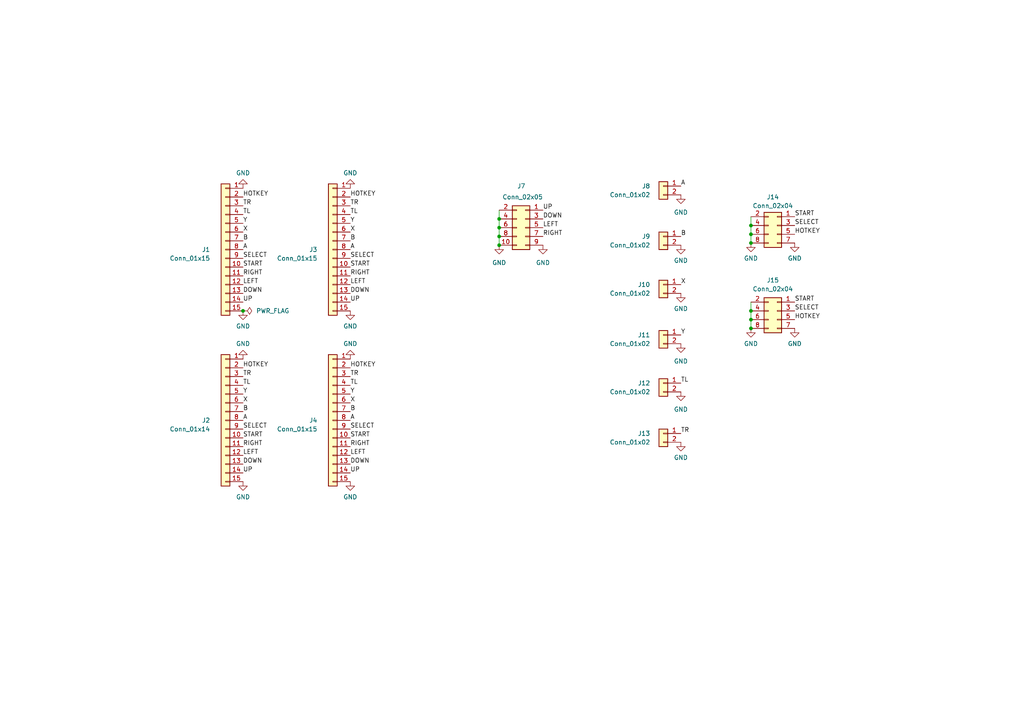
<source format=kicad_sch>
(kicad_sch (version 20230121) (generator eeschema)

  (uuid e63e39d7-6ac0-4ffd-8aa3-1841a4541b55)

  (paper "A4")

  (title_block
    (title "Input Panel Support")
    (date "2023-12-08")
    (rev "2")
    (company "Amos Home")
  )

  (lib_symbols
    (symbol "Connector_Generic:Conn_01x02" (pin_names (offset 1.016) hide) (in_bom yes) (on_board yes)
      (property "Reference" "J" (at 0 2.54 0)
        (effects (font (size 1.27 1.27)))
      )
      (property "Value" "Conn_01x02" (at 0 -5.08 0)
        (effects (font (size 1.27 1.27)))
      )
      (property "Footprint" "" (at 0 0 0)
        (effects (font (size 1.27 1.27)) hide)
      )
      (property "Datasheet" "~" (at 0 0 0)
        (effects (font (size 1.27 1.27)) hide)
      )
      (property "ki_keywords" "connector" (at 0 0 0)
        (effects (font (size 1.27 1.27)) hide)
      )
      (property "ki_description" "Generic connector, single row, 01x02, script generated (kicad-library-utils/schlib/autogen/connector/)" (at 0 0 0)
        (effects (font (size 1.27 1.27)) hide)
      )
      (property "ki_fp_filters" "Connector*:*_1x??_*" (at 0 0 0)
        (effects (font (size 1.27 1.27)) hide)
      )
      (symbol "Conn_01x02_1_1"
        (rectangle (start -1.27 -2.413) (end 0 -2.667)
          (stroke (width 0.1524) (type default))
          (fill (type none))
        )
        (rectangle (start -1.27 0.127) (end 0 -0.127)
          (stroke (width 0.1524) (type default))
          (fill (type none))
        )
        (rectangle (start -1.27 1.27) (end 1.27 -3.81)
          (stroke (width 0.254) (type default))
          (fill (type background))
        )
        (pin passive line (at -5.08 0 0) (length 3.81)
          (name "Pin_1" (effects (font (size 1.27 1.27))))
          (number "1" (effects (font (size 1.27 1.27))))
        )
        (pin passive line (at -5.08 -2.54 0) (length 3.81)
          (name "Pin_2" (effects (font (size 1.27 1.27))))
          (number "2" (effects (font (size 1.27 1.27))))
        )
      )
    )
    (symbol "Connector_Generic:Conn_01x15" (pin_names (offset 1.016) hide) (in_bom yes) (on_board yes)
      (property "Reference" "J" (at 0 20.32 0)
        (effects (font (size 1.27 1.27)))
      )
      (property "Value" "Conn_01x15" (at 0 -20.32 0)
        (effects (font (size 1.27 1.27)))
      )
      (property "Footprint" "" (at 0 0 0)
        (effects (font (size 1.27 1.27)) hide)
      )
      (property "Datasheet" "~" (at 0 0 0)
        (effects (font (size 1.27 1.27)) hide)
      )
      (property "ki_keywords" "connector" (at 0 0 0)
        (effects (font (size 1.27 1.27)) hide)
      )
      (property "ki_description" "Generic connector, single row, 01x15, script generated (kicad-library-utils/schlib/autogen/connector/)" (at 0 0 0)
        (effects (font (size 1.27 1.27)) hide)
      )
      (property "ki_fp_filters" "Connector*:*_1x??_*" (at 0 0 0)
        (effects (font (size 1.27 1.27)) hide)
      )
      (symbol "Conn_01x15_1_1"
        (rectangle (start -1.27 -17.653) (end 0 -17.907)
          (stroke (width 0.1524) (type default))
          (fill (type none))
        )
        (rectangle (start -1.27 -15.113) (end 0 -15.367)
          (stroke (width 0.1524) (type default))
          (fill (type none))
        )
        (rectangle (start -1.27 -12.573) (end 0 -12.827)
          (stroke (width 0.1524) (type default))
          (fill (type none))
        )
        (rectangle (start -1.27 -10.033) (end 0 -10.287)
          (stroke (width 0.1524) (type default))
          (fill (type none))
        )
        (rectangle (start -1.27 -7.493) (end 0 -7.747)
          (stroke (width 0.1524) (type default))
          (fill (type none))
        )
        (rectangle (start -1.27 -4.953) (end 0 -5.207)
          (stroke (width 0.1524) (type default))
          (fill (type none))
        )
        (rectangle (start -1.27 -2.413) (end 0 -2.667)
          (stroke (width 0.1524) (type default))
          (fill (type none))
        )
        (rectangle (start -1.27 0.127) (end 0 -0.127)
          (stroke (width 0.1524) (type default))
          (fill (type none))
        )
        (rectangle (start -1.27 2.667) (end 0 2.413)
          (stroke (width 0.1524) (type default))
          (fill (type none))
        )
        (rectangle (start -1.27 5.207) (end 0 4.953)
          (stroke (width 0.1524) (type default))
          (fill (type none))
        )
        (rectangle (start -1.27 7.747) (end 0 7.493)
          (stroke (width 0.1524) (type default))
          (fill (type none))
        )
        (rectangle (start -1.27 10.287) (end 0 10.033)
          (stroke (width 0.1524) (type default))
          (fill (type none))
        )
        (rectangle (start -1.27 12.827) (end 0 12.573)
          (stroke (width 0.1524) (type default))
          (fill (type none))
        )
        (rectangle (start -1.27 15.367) (end 0 15.113)
          (stroke (width 0.1524) (type default))
          (fill (type none))
        )
        (rectangle (start -1.27 17.907) (end 0 17.653)
          (stroke (width 0.1524) (type default))
          (fill (type none))
        )
        (rectangle (start -1.27 19.05) (end 1.27 -19.05)
          (stroke (width 0.254) (type default))
          (fill (type background))
        )
        (pin passive line (at -5.08 17.78 0) (length 3.81)
          (name "Pin_1" (effects (font (size 1.27 1.27))))
          (number "1" (effects (font (size 1.27 1.27))))
        )
        (pin passive line (at -5.08 -5.08 0) (length 3.81)
          (name "Pin_10" (effects (font (size 1.27 1.27))))
          (number "10" (effects (font (size 1.27 1.27))))
        )
        (pin passive line (at -5.08 -7.62 0) (length 3.81)
          (name "Pin_11" (effects (font (size 1.27 1.27))))
          (number "11" (effects (font (size 1.27 1.27))))
        )
        (pin passive line (at -5.08 -10.16 0) (length 3.81)
          (name "Pin_12" (effects (font (size 1.27 1.27))))
          (number "12" (effects (font (size 1.27 1.27))))
        )
        (pin passive line (at -5.08 -12.7 0) (length 3.81)
          (name "Pin_13" (effects (font (size 1.27 1.27))))
          (number "13" (effects (font (size 1.27 1.27))))
        )
        (pin passive line (at -5.08 -15.24 0) (length 3.81)
          (name "Pin_14" (effects (font (size 1.27 1.27))))
          (number "14" (effects (font (size 1.27 1.27))))
        )
        (pin passive line (at -5.08 -17.78 0) (length 3.81)
          (name "Pin_15" (effects (font (size 1.27 1.27))))
          (number "15" (effects (font (size 1.27 1.27))))
        )
        (pin passive line (at -5.08 15.24 0) (length 3.81)
          (name "Pin_2" (effects (font (size 1.27 1.27))))
          (number "2" (effects (font (size 1.27 1.27))))
        )
        (pin passive line (at -5.08 12.7 0) (length 3.81)
          (name "Pin_3" (effects (font (size 1.27 1.27))))
          (number "3" (effects (font (size 1.27 1.27))))
        )
        (pin passive line (at -5.08 10.16 0) (length 3.81)
          (name "Pin_4" (effects (font (size 1.27 1.27))))
          (number "4" (effects (font (size 1.27 1.27))))
        )
        (pin passive line (at -5.08 7.62 0) (length 3.81)
          (name "Pin_5" (effects (font (size 1.27 1.27))))
          (number "5" (effects (font (size 1.27 1.27))))
        )
        (pin passive line (at -5.08 5.08 0) (length 3.81)
          (name "Pin_6" (effects (font (size 1.27 1.27))))
          (number "6" (effects (font (size 1.27 1.27))))
        )
        (pin passive line (at -5.08 2.54 0) (length 3.81)
          (name "Pin_7" (effects (font (size 1.27 1.27))))
          (number "7" (effects (font (size 1.27 1.27))))
        )
        (pin passive line (at -5.08 0 0) (length 3.81)
          (name "Pin_8" (effects (font (size 1.27 1.27))))
          (number "8" (effects (font (size 1.27 1.27))))
        )
        (pin passive line (at -5.08 -2.54 0) (length 3.81)
          (name "Pin_9" (effects (font (size 1.27 1.27))))
          (number "9" (effects (font (size 1.27 1.27))))
        )
      )
    )
    (symbol "Connector_Generic:Conn_02x04_Odd_Even" (pin_names (offset 1.016) hide) (in_bom yes) (on_board yes)
      (property "Reference" "J" (at 1.27 5.08 0)
        (effects (font (size 1.27 1.27)))
      )
      (property "Value" "Conn_02x04_Odd_Even" (at 1.27 -7.62 0)
        (effects (font (size 1.27 1.27)))
      )
      (property "Footprint" "" (at 0 0 0)
        (effects (font (size 1.27 1.27)) hide)
      )
      (property "Datasheet" "~" (at 0 0 0)
        (effects (font (size 1.27 1.27)) hide)
      )
      (property "ki_keywords" "connector" (at 0 0 0)
        (effects (font (size 1.27 1.27)) hide)
      )
      (property "ki_description" "Generic connector, double row, 02x04, odd/even pin numbering scheme (row 1 odd numbers, row 2 even numbers), script generated (kicad-library-utils/schlib/autogen/connector/)" (at 0 0 0)
        (effects (font (size 1.27 1.27)) hide)
      )
      (property "ki_fp_filters" "Connector*:*_2x??_*" (at 0 0 0)
        (effects (font (size 1.27 1.27)) hide)
      )
      (symbol "Conn_02x04_Odd_Even_1_1"
        (rectangle (start -1.27 -4.953) (end 0 -5.207)
          (stroke (width 0.1524) (type default))
          (fill (type none))
        )
        (rectangle (start -1.27 -2.413) (end 0 -2.667)
          (stroke (width 0.1524) (type default))
          (fill (type none))
        )
        (rectangle (start -1.27 0.127) (end 0 -0.127)
          (stroke (width 0.1524) (type default))
          (fill (type none))
        )
        (rectangle (start -1.27 2.667) (end 0 2.413)
          (stroke (width 0.1524) (type default))
          (fill (type none))
        )
        (rectangle (start -1.27 3.81) (end 3.81 -6.35)
          (stroke (width 0.254) (type default))
          (fill (type background))
        )
        (rectangle (start 3.81 -4.953) (end 2.54 -5.207)
          (stroke (width 0.1524) (type default))
          (fill (type none))
        )
        (rectangle (start 3.81 -2.413) (end 2.54 -2.667)
          (stroke (width 0.1524) (type default))
          (fill (type none))
        )
        (rectangle (start 3.81 0.127) (end 2.54 -0.127)
          (stroke (width 0.1524) (type default))
          (fill (type none))
        )
        (rectangle (start 3.81 2.667) (end 2.54 2.413)
          (stroke (width 0.1524) (type default))
          (fill (type none))
        )
        (pin passive line (at -5.08 2.54 0) (length 3.81)
          (name "Pin_1" (effects (font (size 1.27 1.27))))
          (number "1" (effects (font (size 1.27 1.27))))
        )
        (pin passive line (at 7.62 2.54 180) (length 3.81)
          (name "Pin_2" (effects (font (size 1.27 1.27))))
          (number "2" (effects (font (size 1.27 1.27))))
        )
        (pin passive line (at -5.08 0 0) (length 3.81)
          (name "Pin_3" (effects (font (size 1.27 1.27))))
          (number "3" (effects (font (size 1.27 1.27))))
        )
        (pin passive line (at 7.62 0 180) (length 3.81)
          (name "Pin_4" (effects (font (size 1.27 1.27))))
          (number "4" (effects (font (size 1.27 1.27))))
        )
        (pin passive line (at -5.08 -2.54 0) (length 3.81)
          (name "Pin_5" (effects (font (size 1.27 1.27))))
          (number "5" (effects (font (size 1.27 1.27))))
        )
        (pin passive line (at 7.62 -2.54 180) (length 3.81)
          (name "Pin_6" (effects (font (size 1.27 1.27))))
          (number "6" (effects (font (size 1.27 1.27))))
        )
        (pin passive line (at -5.08 -5.08 0) (length 3.81)
          (name "Pin_7" (effects (font (size 1.27 1.27))))
          (number "7" (effects (font (size 1.27 1.27))))
        )
        (pin passive line (at 7.62 -5.08 180) (length 3.81)
          (name "Pin_8" (effects (font (size 1.27 1.27))))
          (number "8" (effects (font (size 1.27 1.27))))
        )
      )
    )
    (symbol "Connector_Generic:Conn_02x05_Odd_Even" (pin_names (offset 1.016) hide) (in_bom yes) (on_board yes)
      (property "Reference" "J" (at 1.27 7.62 0)
        (effects (font (size 1.27 1.27)))
      )
      (property "Value" "Conn_02x05_Odd_Even" (at 1.27 -7.62 0)
        (effects (font (size 1.27 1.27)))
      )
      (property "Footprint" "" (at 0 0 0)
        (effects (font (size 1.27 1.27)) hide)
      )
      (property "Datasheet" "~" (at 0 0 0)
        (effects (font (size 1.27 1.27)) hide)
      )
      (property "ki_keywords" "connector" (at 0 0 0)
        (effects (font (size 1.27 1.27)) hide)
      )
      (property "ki_description" "Generic connector, double row, 02x05, odd/even pin numbering scheme (row 1 odd numbers, row 2 even numbers), script generated (kicad-library-utils/schlib/autogen/connector/)" (at 0 0 0)
        (effects (font (size 1.27 1.27)) hide)
      )
      (property "ki_fp_filters" "Connector*:*_2x??_*" (at 0 0 0)
        (effects (font (size 1.27 1.27)) hide)
      )
      (symbol "Conn_02x05_Odd_Even_1_1"
        (rectangle (start -1.27 -4.953) (end 0 -5.207)
          (stroke (width 0.1524) (type default))
          (fill (type none))
        )
        (rectangle (start -1.27 -2.413) (end 0 -2.667)
          (stroke (width 0.1524) (type default))
          (fill (type none))
        )
        (rectangle (start -1.27 0.127) (end 0 -0.127)
          (stroke (width 0.1524) (type default))
          (fill (type none))
        )
        (rectangle (start -1.27 2.667) (end 0 2.413)
          (stroke (width 0.1524) (type default))
          (fill (type none))
        )
        (rectangle (start -1.27 5.207) (end 0 4.953)
          (stroke (width 0.1524) (type default))
          (fill (type none))
        )
        (rectangle (start -1.27 6.35) (end 3.81 -6.35)
          (stroke (width 0.254) (type default))
          (fill (type background))
        )
        (rectangle (start 3.81 -4.953) (end 2.54 -5.207)
          (stroke (width 0.1524) (type default))
          (fill (type none))
        )
        (rectangle (start 3.81 -2.413) (end 2.54 -2.667)
          (stroke (width 0.1524) (type default))
          (fill (type none))
        )
        (rectangle (start 3.81 0.127) (end 2.54 -0.127)
          (stroke (width 0.1524) (type default))
          (fill (type none))
        )
        (rectangle (start 3.81 2.667) (end 2.54 2.413)
          (stroke (width 0.1524) (type default))
          (fill (type none))
        )
        (rectangle (start 3.81 5.207) (end 2.54 4.953)
          (stroke (width 0.1524) (type default))
          (fill (type none))
        )
        (pin passive line (at -5.08 5.08 0) (length 3.81)
          (name "Pin_1" (effects (font (size 1.27 1.27))))
          (number "1" (effects (font (size 1.27 1.27))))
        )
        (pin passive line (at 7.62 -5.08 180) (length 3.81)
          (name "Pin_10" (effects (font (size 1.27 1.27))))
          (number "10" (effects (font (size 1.27 1.27))))
        )
        (pin passive line (at 7.62 5.08 180) (length 3.81)
          (name "Pin_2" (effects (font (size 1.27 1.27))))
          (number "2" (effects (font (size 1.27 1.27))))
        )
        (pin passive line (at -5.08 2.54 0) (length 3.81)
          (name "Pin_3" (effects (font (size 1.27 1.27))))
          (number "3" (effects (font (size 1.27 1.27))))
        )
        (pin passive line (at 7.62 2.54 180) (length 3.81)
          (name "Pin_4" (effects (font (size 1.27 1.27))))
          (number "4" (effects (font (size 1.27 1.27))))
        )
        (pin passive line (at -5.08 0 0) (length 3.81)
          (name "Pin_5" (effects (font (size 1.27 1.27))))
          (number "5" (effects (font (size 1.27 1.27))))
        )
        (pin passive line (at 7.62 0 180) (length 3.81)
          (name "Pin_6" (effects (font (size 1.27 1.27))))
          (number "6" (effects (font (size 1.27 1.27))))
        )
        (pin passive line (at -5.08 -2.54 0) (length 3.81)
          (name "Pin_7" (effects (font (size 1.27 1.27))))
          (number "7" (effects (font (size 1.27 1.27))))
        )
        (pin passive line (at 7.62 -2.54 180) (length 3.81)
          (name "Pin_8" (effects (font (size 1.27 1.27))))
          (number "8" (effects (font (size 1.27 1.27))))
        )
        (pin passive line (at -5.08 -5.08 0) (length 3.81)
          (name "Pin_9" (effects (font (size 1.27 1.27))))
          (number "9" (effects (font (size 1.27 1.27))))
        )
      )
    )
    (symbol "power:GND" (power) (pin_names (offset 0)) (in_bom yes) (on_board yes)
      (property "Reference" "#PWR" (at 0 -6.35 0)
        (effects (font (size 1.27 1.27)) hide)
      )
      (property "Value" "GND" (at 0 -3.81 0)
        (effects (font (size 1.27 1.27)))
      )
      (property "Footprint" "" (at 0 0 0)
        (effects (font (size 1.27 1.27)) hide)
      )
      (property "Datasheet" "" (at 0 0 0)
        (effects (font (size 1.27 1.27)) hide)
      )
      (property "ki_keywords" "global power" (at 0 0 0)
        (effects (font (size 1.27 1.27)) hide)
      )
      (property "ki_description" "Power symbol creates a global label with name \"GND\" , ground" (at 0 0 0)
        (effects (font (size 1.27 1.27)) hide)
      )
      (symbol "GND_0_1"
        (polyline
          (pts
            (xy 0 0)
            (xy 0 -1.27)
            (xy 1.27 -1.27)
            (xy 0 -2.54)
            (xy -1.27 -1.27)
            (xy 0 -1.27)
          )
          (stroke (width 0) (type default))
          (fill (type none))
        )
      )
      (symbol "GND_1_1"
        (pin power_in line (at 0 0 270) (length 0) hide
          (name "GND" (effects (font (size 1.27 1.27))))
          (number "1" (effects (font (size 1.27 1.27))))
        )
      )
    )
    (symbol "power:PWR_FLAG" (power) (pin_numbers hide) (pin_names (offset 0) hide) (in_bom yes) (on_board yes)
      (property "Reference" "#FLG" (at 0 1.905 0)
        (effects (font (size 1.27 1.27)) hide)
      )
      (property "Value" "PWR_FLAG" (at 0 3.81 0)
        (effects (font (size 1.27 1.27)))
      )
      (property "Footprint" "" (at 0 0 0)
        (effects (font (size 1.27 1.27)) hide)
      )
      (property "Datasheet" "~" (at 0 0 0)
        (effects (font (size 1.27 1.27)) hide)
      )
      (property "ki_keywords" "flag power" (at 0 0 0)
        (effects (font (size 1.27 1.27)) hide)
      )
      (property "ki_description" "Special symbol for telling ERC where power comes from" (at 0 0 0)
        (effects (font (size 1.27 1.27)) hide)
      )
      (symbol "PWR_FLAG_0_0"
        (pin power_out line (at 0 0 90) (length 0)
          (name "pwr" (effects (font (size 1.27 1.27))))
          (number "1" (effects (font (size 1.27 1.27))))
        )
      )
      (symbol "PWR_FLAG_0_1"
        (polyline
          (pts
            (xy 0 0)
            (xy 0 1.27)
            (xy -1.016 1.905)
            (xy 0 2.54)
            (xy 1.016 1.905)
            (xy 0 1.27)
          )
          (stroke (width 0) (type default))
          (fill (type none))
        )
      )
    )
  )

  (junction (at 217.805 65.405) (diameter 0) (color 0 0 0 0)
    (uuid 20709421-c1d8-45d3-9b9b-8ec7071459d2)
  )
  (junction (at 217.805 90.17) (diameter 0) (color 0 0 0 0)
    (uuid 2345af1d-98af-4719-a604-e29535651ba3)
  )
  (junction (at 144.78 71.12) (diameter 0) (color 0 0 0 0)
    (uuid 367a7393-1fc7-49be-87b8-839830ae1116)
  )
  (junction (at 144.78 68.58) (diameter 0) (color 0 0 0 0)
    (uuid 79ed498d-14df-4bfa-87a4-470b66170545)
  )
  (junction (at 144.78 66.04) (diameter 0) (color 0 0 0 0)
    (uuid 82d750ce-f7e9-44f8-a074-a41007658ab4)
  )
  (junction (at 217.805 95.25) (diameter 0) (color 0 0 0 0)
    (uuid 8448ec05-3340-40d6-9040-cff0c5f3c72e)
  )
  (junction (at 144.78 63.5) (diameter 0) (color 0 0 0 0)
    (uuid 8776f8d9-dd0d-4c10-be4d-33254daec693)
  )
  (junction (at 217.805 67.945) (diameter 0) (color 0 0 0 0)
    (uuid 945f8c67-9894-4b4e-836d-e400da3a5618)
  )
  (junction (at 70.485 90.17) (diameter 0) (color 0 0 0 0)
    (uuid 9e8a46d3-30cd-4f28-b789-e4a50b0a6b48)
  )
  (junction (at 217.805 92.71) (diameter 0) (color 0 0 0 0)
    (uuid a37c2636-9510-4a75-aae8-428b3b44fcff)
  )
  (junction (at 217.805 70.485) (diameter 0) (color 0 0 0 0)
    (uuid e1ca683e-33b3-47f2-8c35-df278a097b6e)
  )

  (wire (pts (xy 217.805 87.63) (xy 217.805 90.17))
    (stroke (width 0) (type default))
    (uuid 43758d55-b919-405f-b7ed-ac40011741f5)
  )
  (wire (pts (xy 144.78 66.04) (xy 144.78 68.58))
    (stroke (width 0) (type default))
    (uuid 514266e2-5064-424a-96f4-4f737b3fe1cb)
  )
  (wire (pts (xy 217.805 62.865) (xy 217.805 65.405))
    (stroke (width 0) (type default))
    (uuid 5e6444b7-0ebc-480a-97ec-542d2e374fa2)
  )
  (wire (pts (xy 144.78 68.58) (xy 144.78 71.12))
    (stroke (width 0) (type default))
    (uuid 97451de2-02e2-4443-a646-705e33be401e)
  )
  (wire (pts (xy 144.78 63.5) (xy 144.78 66.04))
    (stroke (width 0) (type default))
    (uuid 9e94efcd-a871-4bae-9c06-5651d393b933)
  )
  (wire (pts (xy 217.805 92.71) (xy 217.805 95.25))
    (stroke (width 0) (type default))
    (uuid b4ae4804-a01b-41cc-993d-20701895446e)
  )
  (wire (pts (xy 217.805 65.405) (xy 217.805 67.945))
    (stroke (width 0) (type default))
    (uuid bd8e7c67-4dec-4561-9f44-08ad0b80988b)
  )
  (wire (pts (xy 144.78 60.96) (xy 144.78 63.5))
    (stroke (width 0) (type default))
    (uuid c11d4500-f273-4c08-9c2a-e8ba83990d16)
  )
  (wire (pts (xy 217.805 90.17) (xy 217.805 92.71))
    (stroke (width 0) (type default))
    (uuid d3917748-8331-496c-872c-58df8e849766)
  )
  (wire (pts (xy 217.805 67.945) (xy 217.805 70.485))
    (stroke (width 0) (type default))
    (uuid dc6a6f10-3e9a-4a28-9438-aa01c9998898)
  )

  (label "A" (at 101.6 121.92 0) (fields_autoplaced)
    (effects (font (size 1.27 1.27)) (justify left bottom))
    (uuid 00c4aa00-7c45-454d-8b4a-59d08db3be87)
  )
  (label "LEFT" (at 101.6 132.08 0) (fields_autoplaced)
    (effects (font (size 1.27 1.27)) (justify left bottom))
    (uuid 02040511-4d79-4161-8b02-05985abd6b19)
  )
  (label "TR" (at 101.6 109.22 0) (fields_autoplaced)
    (effects (font (size 1.27 1.27)) (justify left bottom))
    (uuid 07fb71d1-d3f3-49ea-ae26-836babcd6597)
  )
  (label "LEFT" (at 101.6 82.55 0) (fields_autoplaced)
    (effects (font (size 1.27 1.27)) (justify left bottom))
    (uuid 0cae01a6-e252-48b7-a764-7608c898b04f)
  )
  (label "TL" (at 70.485 111.76 0) (fields_autoplaced)
    (effects (font (size 1.27 1.27)) (justify left bottom))
    (uuid 12b54ca7-160a-4ba1-82ba-57007bee8922)
  )
  (label "SELECT" (at 101.6 124.46 0) (fields_autoplaced)
    (effects (font (size 1.27 1.27)) (justify left bottom))
    (uuid 15894bbd-2435-441f-a268-d77ce101455b)
  )
  (label "TL" (at 101.6 62.23 0) (fields_autoplaced)
    (effects (font (size 1.27 1.27)) (justify left bottom))
    (uuid 1b6a2e6d-4582-45e5-83f1-e3fb6eccda69)
  )
  (label "X" (at 70.485 116.84 0) (fields_autoplaced)
    (effects (font (size 1.27 1.27)) (justify left bottom))
    (uuid 1c35a269-b128-4da3-9639-971130110fde)
  )
  (label "START" (at 230.505 62.865 0) (fields_autoplaced)
    (effects (font (size 1.27 1.27)) (justify left bottom))
    (uuid 1f6ee8b4-4870-4ec0-9b72-288b9373fbfd)
  )
  (label "SELECT" (at 230.505 90.17 0) (fields_autoplaced)
    (effects (font (size 1.27 1.27)) (justify left bottom))
    (uuid 22b4f9c9-9e0b-4b07-8650-fb82714da352)
  )
  (label "UP" (at 70.485 137.16 0) (fields_autoplaced)
    (effects (font (size 1.27 1.27)) (justify left bottom))
    (uuid 2457f56a-9902-4bd5-99d3-ec6520935aa0)
  )
  (label "RIGHT" (at 101.6 129.54 0) (fields_autoplaced)
    (effects (font (size 1.27 1.27)) (justify left bottom))
    (uuid 24780aa4-09d2-42b0-88b8-0248771732c6)
  )
  (label "DOWN" (at 101.6 85.09 0) (fields_autoplaced)
    (effects (font (size 1.27 1.27)) (justify left bottom))
    (uuid 399253d1-2164-4c6f-81e1-856515f11dbf)
  )
  (label "LEFT" (at 70.485 132.08 0) (fields_autoplaced)
    (effects (font (size 1.27 1.27)) (justify left bottom))
    (uuid 3a074bac-7a49-45cf-a848-0fa83ab9ccec)
  )
  (label "SELECT" (at 230.505 65.405 0) (fields_autoplaced)
    (effects (font (size 1.27 1.27)) (justify left bottom))
    (uuid 3f2200a8-1f6b-47e6-ba30-696033dea97f)
  )
  (label "HOTKEY" (at 70.485 57.15 0) (fields_autoplaced)
    (effects (font (size 1.27 1.27)) (justify left bottom))
    (uuid 47c4534a-639e-4a33-93ab-01dedbb93815)
  )
  (label "TR" (at 101.6 59.69 0) (fields_autoplaced)
    (effects (font (size 1.27 1.27)) (justify left bottom))
    (uuid 4ab76d1a-adc7-4bba-9bd4-fbeda4490a61)
  )
  (label "TL" (at 197.485 111.125 0) (fields_autoplaced)
    (effects (font (size 1.27 1.27)) (justify left bottom))
    (uuid 4c215d4a-b65d-4b9a-b7bb-34950949b4be)
  )
  (label "START" (at 70.485 77.47 0) (fields_autoplaced)
    (effects (font (size 1.27 1.27)) (justify left bottom))
    (uuid 4cfc8826-b15f-49a3-be7f-d5b8cada5183)
  )
  (label "TR" (at 70.485 109.22 0) (fields_autoplaced)
    (effects (font (size 1.27 1.27)) (justify left bottom))
    (uuid 54a9d1c5-c501-4a25-af12-a20d48e0ea45)
  )
  (label "TR" (at 197.485 125.73 0) (fields_autoplaced)
    (effects (font (size 1.27 1.27)) (justify left bottom))
    (uuid 5856d416-90dc-4f12-95f9-f5f25c7043c8)
  )
  (label "A" (at 70.485 72.39 0) (fields_autoplaced)
    (effects (font (size 1.27 1.27)) (justify left bottom))
    (uuid 5c198897-b110-4a96-bba6-445dd42cc2cd)
  )
  (label "X" (at 70.485 67.31 0) (fields_autoplaced)
    (effects (font (size 1.27 1.27)) (justify left bottom))
    (uuid 5dd6764c-f669-4a9c-81ad-ffbcac2c6911)
  )
  (label "B" (at 101.6 69.85 0) (fields_autoplaced)
    (effects (font (size 1.27 1.27)) (justify left bottom))
    (uuid 64601085-5893-4dd3-9ab3-519db0bf98e3)
  )
  (label "RIGHT" (at 157.48 68.58 0) (fields_autoplaced)
    (effects (font (size 1.27 1.27)) (justify left bottom))
    (uuid 67965751-6f32-4a6f-8763-12736cbe1b54)
  )
  (label "RIGHT" (at 70.485 80.01 0) (fields_autoplaced)
    (effects (font (size 1.27 1.27)) (justify left bottom))
    (uuid 67f3a223-5c2b-4979-9ff0-5cf9a334ac0c)
  )
  (label "START" (at 230.505 87.63 0) (fields_autoplaced)
    (effects (font (size 1.27 1.27)) (justify left bottom))
    (uuid 68f78d7f-d00b-44f2-86ec-7b2dbcc6e7b2)
  )
  (label "TR" (at 70.485 59.69 0) (fields_autoplaced)
    (effects (font (size 1.27 1.27)) (justify left bottom))
    (uuid 72f26689-4c5a-4025-a8b3-7147a7491279)
  )
  (label "Y" (at 70.485 114.3 0) (fields_autoplaced)
    (effects (font (size 1.27 1.27)) (justify left bottom))
    (uuid 8b0febb6-1e1f-405a-b780-bf73da4a3c10)
  )
  (label "DOWN" (at 70.485 134.62 0) (fields_autoplaced)
    (effects (font (size 1.27 1.27)) (justify left bottom))
    (uuid 8b7d9d17-f09e-47a7-8957-885da6d74e1f)
  )
  (label "DOWN" (at 157.48 63.5 0) (fields_autoplaced)
    (effects (font (size 1.27 1.27)) (justify left bottom))
    (uuid 8cf696d6-bb3a-419d-9c80-72e104b90a41)
  )
  (label "HOTKEY" (at 101.6 106.68 0) (fields_autoplaced)
    (effects (font (size 1.27 1.27)) (justify left bottom))
    (uuid 8e421c95-129c-42b5-a8fc-c6b05e7f99bc)
  )
  (label "X" (at 101.6 67.31 0) (fields_autoplaced)
    (effects (font (size 1.27 1.27)) (justify left bottom))
    (uuid 8ed8d026-7880-4c81-a117-91621d4f0cf9)
  )
  (label "UP" (at 101.6 137.16 0) (fields_autoplaced)
    (effects (font (size 1.27 1.27)) (justify left bottom))
    (uuid 90ce4d98-acce-4bf8-a235-33e259306af9)
  )
  (label "A" (at 197.485 53.975 0) (fields_autoplaced)
    (effects (font (size 1.27 1.27)) (justify left bottom))
    (uuid 990e3463-d743-4d78-891f-0f321a0c64a2)
  )
  (label "SELECT" (at 70.485 124.46 0) (fields_autoplaced)
    (effects (font (size 1.27 1.27)) (justify left bottom))
    (uuid 999bed24-e25a-474a-acbd-b2294f862db3)
  )
  (label "A" (at 70.485 121.92 0) (fields_autoplaced)
    (effects (font (size 1.27 1.27)) (justify left bottom))
    (uuid 9aa39120-47b8-4871-9c8f-9ad2141a6f89)
  )
  (label "TL" (at 70.485 62.23 0) (fields_autoplaced)
    (effects (font (size 1.27 1.27)) (justify left bottom))
    (uuid 9c71bbdb-8001-4345-81c5-0a3c172d00aa)
  )
  (label "START" (at 70.485 127 0) (fields_autoplaced)
    (effects (font (size 1.27 1.27)) (justify left bottom))
    (uuid a1a2e1d3-93e6-446b-b043-c90cc6578503)
  )
  (label "LEFT" (at 70.485 82.55 0) (fields_autoplaced)
    (effects (font (size 1.27 1.27)) (justify left bottom))
    (uuid a1cfd494-92b3-49dc-8d3b-fba65500be01)
  )
  (label "HOTKEY" (at 101.6 57.15 0) (fields_autoplaced)
    (effects (font (size 1.27 1.27)) (justify left bottom))
    (uuid a1f9e622-599c-4df0-af20-8b280f4dac7f)
  )
  (label "Y" (at 70.485 64.77 0) (fields_autoplaced)
    (effects (font (size 1.27 1.27)) (justify left bottom))
    (uuid a3473539-0b6f-4577-8dd4-261153a10741)
  )
  (label "DOWN" (at 70.485 85.09 0) (fields_autoplaced)
    (effects (font (size 1.27 1.27)) (justify left bottom))
    (uuid acc8753c-ac6e-4025-b4e9-fb50f913eb38)
  )
  (label "RIGHT" (at 101.6 80.01 0) (fields_autoplaced)
    (effects (font (size 1.27 1.27)) (justify left bottom))
    (uuid ae583364-e391-4d1a-adc2-50886383b59c)
  )
  (label "B" (at 70.485 69.85 0) (fields_autoplaced)
    (effects (font (size 1.27 1.27)) (justify left bottom))
    (uuid aeeefdab-13d9-48e7-98b1-35b7e1c9ef05)
  )
  (label "HOTKEY" (at 70.485 106.68 0) (fields_autoplaced)
    (effects (font (size 1.27 1.27)) (justify left bottom))
    (uuid b123c2e9-ecce-458c-a027-b686efc290b0)
  )
  (label "X" (at 101.6 116.84 0) (fields_autoplaced)
    (effects (font (size 1.27 1.27)) (justify left bottom))
    (uuid b5c16643-ceee-4a69-8320-2e4369891191)
  )
  (label "B" (at 101.6 119.38 0) (fields_autoplaced)
    (effects (font (size 1.27 1.27)) (justify left bottom))
    (uuid b85148d0-514f-4e1f-96d0-a293054e4eee)
  )
  (label "Y" (at 101.6 64.77 0) (fields_autoplaced)
    (effects (font (size 1.27 1.27)) (justify left bottom))
    (uuid c5507117-c361-47c2-9ae4-eaf3c0a74d27)
  )
  (label "SELECT" (at 70.485 74.93 0) (fields_autoplaced)
    (effects (font (size 1.27 1.27)) (justify left bottom))
    (uuid d0a7dd7a-db5f-41a2-b05a-21411b729eae)
  )
  (label "RIGHT" (at 70.485 129.54 0) (fields_autoplaced)
    (effects (font (size 1.27 1.27)) (justify left bottom))
    (uuid d37ad887-7a04-4552-a470-7ed946e144f6)
  )
  (label "A" (at 101.6 72.39 0) (fields_autoplaced)
    (effects (font (size 1.27 1.27)) (justify left bottom))
    (uuid d58315e0-4d28-430e-9d83-629d66d819f4)
  )
  (label "START" (at 101.6 77.47 0) (fields_autoplaced)
    (effects (font (size 1.27 1.27)) (justify left bottom))
    (uuid d5c9d6f6-f8ec-4f80-8884-b3955a6dab75)
  )
  (label "UP" (at 157.48 60.96 0) (fields_autoplaced)
    (effects (font (size 1.27 1.27)) (justify left bottom))
    (uuid d80f5f24-21f6-47fd-b9b3-240271315df3)
  )
  (label "HOTKEY" (at 230.505 92.71 0) (fields_autoplaced)
    (effects (font (size 1.27 1.27)) (justify left bottom))
    (uuid daf95a24-b06b-42d3-919e-8ececd415022)
  )
  (label "X" (at 197.485 82.55 0) (fields_autoplaced)
    (effects (font (size 1.27 1.27)) (justify left bottom))
    (uuid e1584be3-6505-441f-b898-51a0b9a03be5)
  )
  (label "UP" (at 101.6 87.63 0) (fields_autoplaced)
    (effects (font (size 1.27 1.27)) (justify left bottom))
    (uuid e1b01019-c2ab-4366-89d9-b5bfa87da057)
  )
  (label "TL" (at 101.6 111.76 0) (fields_autoplaced)
    (effects (font (size 1.27 1.27)) (justify left bottom))
    (uuid e210b96a-e819-4649-b35a-b0a3ed61328d)
  )
  (label "LEFT" (at 157.48 66.04 0) (fields_autoplaced)
    (effects (font (size 1.27 1.27)) (justify left bottom))
    (uuid e4c43240-ed72-4da3-bbb6-e7b0bd807d2a)
  )
  (label "Y" (at 101.6 114.3 0) (fields_autoplaced)
    (effects (font (size 1.27 1.27)) (justify left bottom))
    (uuid e74a9484-c427-458b-9da7-9ba83770db98)
  )
  (label "SELECT" (at 101.6 74.93 0) (fields_autoplaced)
    (effects (font (size 1.27 1.27)) (justify left bottom))
    (uuid ea29511b-dc0d-41a2-bac4-2d85c7c56f44)
  )
  (label "B" (at 70.485 119.38 0) (fields_autoplaced)
    (effects (font (size 1.27 1.27)) (justify left bottom))
    (uuid ecb59089-f075-4230-9a72-3591d0ccbcff)
  )
  (label "DOWN" (at 101.6 134.62 0) (fields_autoplaced)
    (effects (font (size 1.27 1.27)) (justify left bottom))
    (uuid f07dd66a-7716-4db2-b93b-6842b73d92b4)
  )
  (label "START" (at 101.6 127 0) (fields_autoplaced)
    (effects (font (size 1.27 1.27)) (justify left bottom))
    (uuid f0fd1411-26b5-4367-99ea-e354eeef5532)
  )
  (label "UP" (at 70.485 87.63 0) (fields_autoplaced)
    (effects (font (size 1.27 1.27)) (justify left bottom))
    (uuid f1c385f9-4233-4c00-b244-95e7e8af8a24)
  )
  (label "Y" (at 197.485 97.155 0) (fields_autoplaced)
    (effects (font (size 1.27 1.27)) (justify left bottom))
    (uuid f447feb3-11b3-4c57-bcf5-4b2e69f7de68)
  )
  (label "HOTKEY" (at 230.505 67.945 0) (fields_autoplaced)
    (effects (font (size 1.27 1.27)) (justify left bottom))
    (uuid f4a39ebd-fff9-4a4b-9286-373f7a11fc6e)
  )
  (label "B" (at 197.485 68.58 0) (fields_autoplaced)
    (effects (font (size 1.27 1.27)) (justify left bottom))
    (uuid f9a39aef-5c09-4b2d-baeb-efc337a1a961)
  )

  (symbol (lib_id "power:GND") (at 197.485 113.665 0) (unit 1)
    (in_bom yes) (on_board yes) (dnp no) (fields_autoplaced)
    (uuid 0ad0131c-fb9d-4389-83dd-d9185908c687)
    (property "Reference" "#PWR09" (at 197.485 120.015 0)
      (effects (font (size 1.27 1.27)) hide)
    )
    (property "Value" "GND" (at 197.485 118.745 0)
      (effects (font (size 1.27 1.27)))
    )
    (property "Footprint" "" (at 197.485 113.665 0)
      (effects (font (size 1.27 1.27)) hide)
    )
    (property "Datasheet" "" (at 197.485 113.665 0)
      (effects (font (size 1.27 1.27)) hide)
    )
    (pin "1" (uuid 7be58d9d-394a-42f0-87d4-f3ecf55b14ae))
    (instances
      (project "arcade_input_panel_support"
        (path "/e63e39d7-6ac0-4ffd-8aa3-1841a4541b55"
          (reference "#PWR09") (unit 1)
        )
      )
    )
  )

  (symbol (lib_id "power:GND") (at 70.485 54.61 180) (unit 1)
    (in_bom yes) (on_board yes) (dnp no) (fields_autoplaced)
    (uuid 0b7c2a59-7052-4553-8682-331c10d8992a)
    (property "Reference" "#PWR015" (at 70.485 48.26 0)
      (effects (font (size 1.27 1.27)) hide)
    )
    (property "Value" "GND" (at 70.485 50.165 0)
      (effects (font (size 1.27 1.27)))
    )
    (property "Footprint" "" (at 70.485 54.61 0)
      (effects (font (size 1.27 1.27)) hide)
    )
    (property "Datasheet" "" (at 70.485 54.61 0)
      (effects (font (size 1.27 1.27)) hide)
    )
    (pin "1" (uuid 6f781a7d-b781-4a92-9eb5-465e94a81df0))
    (instances
      (project "arcade_input_panel_support"
        (path "/e63e39d7-6ac0-4ffd-8aa3-1841a4541b55"
          (reference "#PWR015") (unit 1)
        )
      )
    )
  )

  (symbol (lib_id "power:GND") (at 217.805 70.485 0) (unit 1)
    (in_bom yes) (on_board yes) (dnp no) (fields_autoplaced)
    (uuid 13a7fa00-591f-42a4-b112-0e14620d7bf4)
    (property "Reference" "#PWR020" (at 217.805 76.835 0)
      (effects (font (size 1.27 1.27)) hide)
    )
    (property "Value" "GND" (at 217.805 74.93 0)
      (effects (font (size 1.27 1.27)))
    )
    (property "Footprint" "" (at 217.805 70.485 0)
      (effects (font (size 1.27 1.27)) hide)
    )
    (property "Datasheet" "" (at 217.805 70.485 0)
      (effects (font (size 1.27 1.27)) hide)
    )
    (pin "1" (uuid fa697ca1-b752-4b54-88d0-f10da2d85ca2))
    (instances
      (project "arcade_input_panel_support"
        (path "/e63e39d7-6ac0-4ffd-8aa3-1841a4541b55"
          (reference "#PWR020") (unit 1)
        )
      )
    )
  )

  (symbol (lib_id "Connector_Generic:Conn_01x02") (at 192.405 53.975 0) (mirror y) (unit 1)
    (in_bom yes) (on_board yes) (dnp no)
    (uuid 1f5208ff-1daa-492e-8996-e4e31baed397)
    (property "Reference" "J8" (at 188.595 53.975 0)
      (effects (font (size 1.27 1.27)) (justify left))
    )
    (property "Value" "Conn_01x02" (at 188.595 56.515 0)
      (effects (font (size 1.27 1.27)) (justify left))
    )
    (property "Footprint" "Connector_PinHeader_2.54mm:PinHeader_1x02_P2.54mm_Vertical" (at 192.405 53.975 0)
      (effects (font (size 1.27 1.27)) hide)
    )
    (property "Datasheet" "~" (at 192.405 53.975 0)
      (effects (font (size 1.27 1.27)) hide)
    )
    (pin "1" (uuid 0b9e6a3c-dd69-4e50-921d-681b8aefdc53))
    (pin "2" (uuid 56e39b2c-f8ee-41b2-82a0-75fbe4fce754))
    (instances
      (project "arcade_input_panel_support"
        (path "/e63e39d7-6ac0-4ffd-8aa3-1841a4541b55"
          (reference "J8") (unit 1)
        )
      )
    )
  )

  (symbol (lib_id "power:GND") (at 197.485 56.515 0) (unit 1)
    (in_bom yes) (on_board yes) (dnp no) (fields_autoplaced)
    (uuid 2304238f-f734-413f-9f93-114653330899)
    (property "Reference" "#PWR013" (at 197.485 62.865 0)
      (effects (font (size 1.27 1.27)) hide)
    )
    (property "Value" "GND" (at 197.485 61.595 0)
      (effects (font (size 1.27 1.27)))
    )
    (property "Footprint" "" (at 197.485 56.515 0)
      (effects (font (size 1.27 1.27)) hide)
    )
    (property "Datasheet" "" (at 197.485 56.515 0)
      (effects (font (size 1.27 1.27)) hide)
    )
    (pin "1" (uuid 632a0162-b455-4961-bb47-27dbc6d87e7a))
    (instances
      (project "arcade_input_panel_support"
        (path "/e63e39d7-6ac0-4ffd-8aa3-1841a4541b55"
          (reference "#PWR013") (unit 1)
        )
      )
    )
  )

  (symbol (lib_id "power:GND") (at 230.505 70.485 0) (unit 1)
    (in_bom yes) (on_board yes) (dnp no) (fields_autoplaced)
    (uuid 35853afe-9738-4a89-a07f-7b9949011c67)
    (property "Reference" "#PWR019" (at 230.505 76.835 0)
      (effects (font (size 1.27 1.27)) hide)
    )
    (property "Value" "GND" (at 230.505 74.93 0)
      (effects (font (size 1.27 1.27)))
    )
    (property "Footprint" "" (at 230.505 70.485 0)
      (effects (font (size 1.27 1.27)) hide)
    )
    (property "Datasheet" "" (at 230.505 70.485 0)
      (effects (font (size 1.27 1.27)) hide)
    )
    (pin "1" (uuid b441ad81-5821-4724-b895-6dae6fb8be7e))
    (instances
      (project "arcade_input_panel_support"
        (path "/e63e39d7-6ac0-4ffd-8aa3-1841a4541b55"
          (reference "#PWR019") (unit 1)
        )
      )
    )
  )

  (symbol (lib_id "power:GND") (at 101.6 54.61 180) (unit 1)
    (in_bom yes) (on_board yes) (dnp no) (fields_autoplaced)
    (uuid 360f4cfe-27b9-4ec5-b048-ec6ec3907f45)
    (property "Reference" "#PWR017" (at 101.6 48.26 0)
      (effects (font (size 1.27 1.27)) hide)
    )
    (property "Value" "GND" (at 101.6 50.165 0)
      (effects (font (size 1.27 1.27)))
    )
    (property "Footprint" "" (at 101.6 54.61 0)
      (effects (font (size 1.27 1.27)) hide)
    )
    (property "Datasheet" "" (at 101.6 54.61 0)
      (effects (font (size 1.27 1.27)) hide)
    )
    (pin "1" (uuid 441b1e70-0f33-4e3d-89b0-b0a38a9d5834))
    (instances
      (project "arcade_input_panel_support"
        (path "/e63e39d7-6ac0-4ffd-8aa3-1841a4541b55"
          (reference "#PWR017") (unit 1)
        )
      )
    )
  )

  (symbol (lib_id "Connector_Generic:Conn_01x15") (at 96.52 72.39 0) (mirror y) (unit 1)
    (in_bom yes) (on_board yes) (dnp no)
    (uuid 36ad541a-dc23-4bdb-825c-311301725df8)
    (property "Reference" "J3" (at 92.075 72.39 0)
      (effects (font (size 1.27 1.27)) (justify left))
    )
    (property "Value" "Conn_01x15" (at 92.075 74.93 0)
      (effects (font (size 1.27 1.27)) (justify left))
    )
    (property "Footprint" "Connector_PinHeader_2.54mm:PinHeader_1x15_P2.54mm_Vertical" (at 96.52 72.39 0)
      (effects (font (size 1.27 1.27)) hide)
    )
    (property "Datasheet" "~" (at 96.52 72.39 0)
      (effects (font (size 1.27 1.27)) hide)
    )
    (pin "1" (uuid 7e81425f-976c-403c-b8fd-3b536b331997))
    (pin "10" (uuid 0a0d0a76-f1d1-42ca-9aeb-be5ab1515f59))
    (pin "11" (uuid f945fb2a-1c53-419a-875f-ebf15cae4153))
    (pin "12" (uuid 686f148d-bc8b-4c94-bcc4-214d12f776f4))
    (pin "13" (uuid a543bd8c-6e3d-49c0-b2f5-a46fccf916e2))
    (pin "14" (uuid 3b74f72d-ddf2-4de1-a861-164f1feb9d5c))
    (pin "15" (uuid 5a60dc2f-556b-4ce9-aa13-55c4dc93e143))
    (pin "2" (uuid ecd5a286-6ca2-4500-8c6e-410cfc4ddfec))
    (pin "3" (uuid 4c47c9c8-16e9-4ff2-81af-068f0ad9e011))
    (pin "4" (uuid 2ff183ce-94ec-4ce0-917a-384b70424324))
    (pin "5" (uuid 05787f53-d41b-4c29-b7e4-89bec42f03d1))
    (pin "6" (uuid 3e74ff6f-3201-4b91-be77-54e867336eea))
    (pin "7" (uuid d67a9016-f16b-44e7-84c5-6e43bf4f119e))
    (pin "8" (uuid fd191fdb-1b2a-4b9e-a018-6936f8d866eb))
    (pin "9" (uuid 0b854ee1-39ab-4fee-a86f-c2028a9bcc47))
    (instances
      (project "arcade_input_panel_support"
        (path "/e63e39d7-6ac0-4ffd-8aa3-1841a4541b55"
          (reference "J3") (unit 1)
        )
      )
    )
  )

  (symbol (lib_id "power:GND") (at 70.485 139.7 0) (unit 1)
    (in_bom yes) (on_board yes) (dnp no) (fields_autoplaced)
    (uuid 3b2739fb-81f5-4366-8e59-be52857ee3fc)
    (property "Reference" "#PWR02" (at 70.485 146.05 0)
      (effects (font (size 1.27 1.27)) hide)
    )
    (property "Value" "GND" (at 70.485 144.145 0)
      (effects (font (size 1.27 1.27)))
    )
    (property "Footprint" "" (at 70.485 139.7 0)
      (effects (font (size 1.27 1.27)) hide)
    )
    (property "Datasheet" "" (at 70.485 139.7 0)
      (effects (font (size 1.27 1.27)) hide)
    )
    (pin "1" (uuid 8094ce8f-ddf4-403e-b79f-146351d9729a))
    (instances
      (project "arcade_input_panel_support"
        (path "/e63e39d7-6ac0-4ffd-8aa3-1841a4541b55"
          (reference "#PWR02") (unit 1)
        )
      )
    )
  )

  (symbol (lib_id "power:GND") (at 217.805 95.25 0) (unit 1)
    (in_bom yes) (on_board yes) (dnp no) (fields_autoplaced)
    (uuid 3cfa2d60-8399-40b3-9e00-4ee9a25b8f58)
    (property "Reference" "#PWR05" (at 217.805 101.6 0)
      (effects (font (size 1.27 1.27)) hide)
    )
    (property "Value" "GND" (at 217.805 99.695 0)
      (effects (font (size 1.27 1.27)))
    )
    (property "Footprint" "" (at 217.805 95.25 0)
      (effects (font (size 1.27 1.27)) hide)
    )
    (property "Datasheet" "" (at 217.805 95.25 0)
      (effects (font (size 1.27 1.27)) hide)
    )
    (pin "1" (uuid e129a43c-69ef-487c-94fe-438b40acb8b7))
    (instances
      (project "arcade_input_panel_support"
        (path "/e63e39d7-6ac0-4ffd-8aa3-1841a4541b55"
          (reference "#PWR05") (unit 1)
        )
      )
    )
  )

  (symbol (lib_id "power:GND") (at 70.485 104.14 180) (unit 1)
    (in_bom yes) (on_board yes) (dnp no) (fields_autoplaced)
    (uuid 451cb359-21df-4ecf-a7af-e0f58793c768)
    (property "Reference" "#PWR016" (at 70.485 97.79 0)
      (effects (font (size 1.27 1.27)) hide)
    )
    (property "Value" "GND" (at 70.485 99.695 0)
      (effects (font (size 1.27 1.27)))
    )
    (property "Footprint" "" (at 70.485 104.14 0)
      (effects (font (size 1.27 1.27)) hide)
    )
    (property "Datasheet" "" (at 70.485 104.14 0)
      (effects (font (size 1.27 1.27)) hide)
    )
    (pin "1" (uuid ad877ee3-d00d-459f-ae75-9625fcdd4bfd))
    (instances
      (project "arcade_input_panel_support"
        (path "/e63e39d7-6ac0-4ffd-8aa3-1841a4541b55"
          (reference "#PWR016") (unit 1)
        )
      )
    )
  )

  (symbol (lib_id "power:GND") (at 144.78 71.12 0) (unit 1)
    (in_bom yes) (on_board yes) (dnp no) (fields_autoplaced)
    (uuid 48f7bf11-25ae-491c-8260-025f526f8506)
    (property "Reference" "#PWR021" (at 144.78 77.47 0)
      (effects (font (size 1.27 1.27)) hide)
    )
    (property "Value" "GND" (at 144.78 76.2 0)
      (effects (font (size 1.27 1.27)))
    )
    (property "Footprint" "" (at 144.78 71.12 0)
      (effects (font (size 1.27 1.27)) hide)
    )
    (property "Datasheet" "" (at 144.78 71.12 0)
      (effects (font (size 1.27 1.27)) hide)
    )
    (pin "1" (uuid 9ae27704-5d21-453e-97c6-c619b8bf7982))
    (instances
      (project "arcade_input_panel_support"
        (path "/e63e39d7-6ac0-4ffd-8aa3-1841a4541b55"
          (reference "#PWR021") (unit 1)
        )
      )
    )
  )

  (symbol (lib_id "Connector_Generic:Conn_02x05_Odd_Even") (at 152.4 66.04 0) (mirror y) (unit 1)
    (in_bom yes) (on_board yes) (dnp no)
    (uuid 79b6a4ab-17c5-478c-833e-6dd3f89212b7)
    (property "Reference" "J7" (at 152.4 53.975 0)
      (effects (font (size 1.27 1.27)) (justify left))
    )
    (property "Value" "Conn_02x05" (at 157.48 57.15 0)
      (effects (font (size 1.27 1.27)) (justify left))
    )
    (property "Footprint" "Connector_PinHeader_2.54mm:PinHeader_2x05_P2.54mm_Vertical" (at 152.4 66.04 0)
      (effects (font (size 1.27 1.27)) hide)
    )
    (property "Datasheet" "~" (at 152.4 66.04 0)
      (effects (font (size 1.27 1.27)) hide)
    )
    (pin "1" (uuid 57ff4aa2-5233-4cfb-91f5-1c4fa6790276))
    (pin "2" (uuid 2a8be196-2af8-4d5d-9f31-d7982c43332d))
    (pin "3" (uuid 2f80e831-3e37-488f-8d2c-96005811ef93))
    (pin "4" (uuid bfd019f7-0e13-4f7d-be56-c575e67db5d8))
    (pin "5" (uuid 6e6f1ee8-36b1-458b-a9fc-149b72aaa863))
    (pin "7" (uuid bc2e7b59-d7b5-4ec2-8ef0-040043be969f))
    (pin "8" (uuid 19cee070-0ebc-4394-8d09-e617507796c7))
    (pin "9" (uuid ff9d3ecf-492f-42ba-9d0d-bc4c634f2d41))
    (pin "10" (uuid ee6ba4a7-f3fb-4ea9-9367-0a9901483c75))
    (pin "6" (uuid 9c310e74-9379-4a90-83cc-43c4af4e4004))
    (instances
      (project "arcade_input_panel_support"
        (path "/e63e39d7-6ac0-4ffd-8aa3-1841a4541b55"
          (reference "J7") (unit 1)
        )
      )
    )
  )

  (symbol (lib_id "Connector_Generic:Conn_01x02") (at 192.405 111.125 0) (mirror y) (unit 1)
    (in_bom yes) (on_board yes) (dnp no)
    (uuid 7c9dfe37-f741-4997-b675-291e0be8817d)
    (property "Reference" "J12" (at 188.595 111.125 0)
      (effects (font (size 1.27 1.27)) (justify left))
    )
    (property "Value" "Conn_01x02" (at 188.595 113.665 0)
      (effects (font (size 1.27 1.27)) (justify left))
    )
    (property "Footprint" "Connector_PinHeader_2.54mm:PinHeader_1x02_P2.54mm_Vertical" (at 192.405 111.125 0)
      (effects (font (size 1.27 1.27)) hide)
    )
    (property "Datasheet" "~" (at 192.405 111.125 0)
      (effects (font (size 1.27 1.27)) hide)
    )
    (pin "1" (uuid 08c250ed-4aa0-451e-b411-f99d14e9b10c))
    (pin "2" (uuid b8b6efc0-da33-408f-9f4c-64021aa12fda))
    (instances
      (project "arcade_input_panel_support"
        (path "/e63e39d7-6ac0-4ffd-8aa3-1841a4541b55"
          (reference "J12") (unit 1)
        )
      )
    )
  )

  (symbol (lib_id "Connector_Generic:Conn_01x15") (at 96.52 121.92 0) (mirror y) (unit 1)
    (in_bom yes) (on_board yes) (dnp no)
    (uuid 81044e50-8ffa-47ca-b9c9-72c1a892735e)
    (property "Reference" "J4" (at 92.075 121.92 0)
      (effects (font (size 1.27 1.27)) (justify left))
    )
    (property "Value" "Conn_01x15" (at 92.075 124.46 0)
      (effects (font (size 1.27 1.27)) (justify left))
    )
    (property "Footprint" "Connector_PinHeader_2.54mm:PinHeader_1x15_P2.54mm_Vertical" (at 96.52 121.92 0)
      (effects (font (size 1.27 1.27)) hide)
    )
    (property "Datasheet" "~" (at 96.52 121.92 0)
      (effects (font (size 1.27 1.27)) hide)
    )
    (pin "1" (uuid 4923e077-71b7-42e0-aab6-9e4ea6169bff))
    (pin "10" (uuid 225deb1f-8bfa-4bb8-97b7-ad99f748ab16))
    (pin "11" (uuid 0d3645dc-2d88-4686-a237-da3e4e32a692))
    (pin "12" (uuid 8564f47a-10ce-4ac1-bfc8-6ec87f3b5c32))
    (pin "13" (uuid e985839a-c3c7-424c-bbea-74ccdbf63933))
    (pin "14" (uuid 03e1811a-cd75-4582-b44f-a63854c67a21))
    (pin "15" (uuid 54743372-6bef-4ff8-b862-bcd17576639c))
    (pin "2" (uuid da5cf483-b59a-45f0-bacf-d777de1cca47))
    (pin "3" (uuid a8293d66-faf8-4bfb-9395-8780f8c97c87))
    (pin "4" (uuid 7a86deea-a9c3-43d9-88b2-9162d7124bf7))
    (pin "5" (uuid fd386aa7-790a-4769-a99a-e89503087a35))
    (pin "6" (uuid 70edb8ca-2734-4949-b022-0fe0c88a4b4d))
    (pin "7" (uuid 24633ee1-bb3c-4d35-a7c4-1d3baf5256eb))
    (pin "8" (uuid b3c81d3a-ead7-4da8-8bee-1e4003a73f41))
    (pin "9" (uuid 23c7e5b9-ebdc-463a-bdf1-3b7810ac3703))
    (instances
      (project "arcade_input_panel_support"
        (path "/e63e39d7-6ac0-4ffd-8aa3-1841a4541b55"
          (reference "J4") (unit 1)
        )
      )
    )
  )

  (symbol (lib_id "power:GND") (at 157.48 71.12 0) (unit 1)
    (in_bom yes) (on_board yes) (dnp no) (fields_autoplaced)
    (uuid 8190a224-ceea-44cd-af76-08d3ae92f921)
    (property "Reference" "#PWR06" (at 157.48 77.47 0)
      (effects (font (size 1.27 1.27)) hide)
    )
    (property "Value" "GND" (at 157.48 76.2 0)
      (effects (font (size 1.27 1.27)))
    )
    (property "Footprint" "" (at 157.48 71.12 0)
      (effects (font (size 1.27 1.27)) hide)
    )
    (property "Datasheet" "" (at 157.48 71.12 0)
      (effects (font (size 1.27 1.27)) hide)
    )
    (pin "1" (uuid 9f32d4d1-9970-42d1-be6e-198d7f973a68))
    (instances
      (project "arcade_input_panel_support"
        (path "/e63e39d7-6ac0-4ffd-8aa3-1841a4541b55"
          (reference "#PWR06") (unit 1)
        )
      )
    )
  )

  (symbol (lib_id "Connector_Generic:Conn_01x02") (at 192.405 82.55 0) (mirror y) (unit 1)
    (in_bom yes) (on_board yes) (dnp no)
    (uuid 9bbc1a75-f408-45bd-96e8-f4b89cc9d210)
    (property "Reference" "J10" (at 188.595 82.55 0)
      (effects (font (size 1.27 1.27)) (justify left))
    )
    (property "Value" "Conn_01x02" (at 188.595 85.09 0)
      (effects (font (size 1.27 1.27)) (justify left))
    )
    (property "Footprint" "Connector_PinHeader_2.54mm:PinHeader_1x02_P2.54mm_Vertical" (at 192.405 82.55 0)
      (effects (font (size 1.27 1.27)) hide)
    )
    (property "Datasheet" "~" (at 192.405 82.55 0)
      (effects (font (size 1.27 1.27)) hide)
    )
    (pin "1" (uuid a46d9ba4-28c7-4d52-afa0-b0090c4606d3))
    (pin "2" (uuid bc63d115-7eae-4ced-babf-9d3c3d4da761))
    (instances
      (project "arcade_input_panel_support"
        (path "/e63e39d7-6ac0-4ffd-8aa3-1841a4541b55"
          (reference "J10") (unit 1)
        )
      )
    )
  )

  (symbol (lib_id "power:GND") (at 197.485 99.695 0) (unit 1)
    (in_bom yes) (on_board yes) (dnp no) (fields_autoplaced)
    (uuid 9cac16b5-6789-4964-b021-c095c9b82665)
    (property "Reference" "#PWR010" (at 197.485 106.045 0)
      (effects (font (size 1.27 1.27)) hide)
    )
    (property "Value" "GND" (at 197.485 104.775 0)
      (effects (font (size 1.27 1.27)))
    )
    (property "Footprint" "" (at 197.485 99.695 0)
      (effects (font (size 1.27 1.27)) hide)
    )
    (property "Datasheet" "" (at 197.485 99.695 0)
      (effects (font (size 1.27 1.27)) hide)
    )
    (pin "1" (uuid e82c2cc4-d922-4606-8af3-cb0eb530c553))
    (instances
      (project "arcade_input_panel_support"
        (path "/e63e39d7-6ac0-4ffd-8aa3-1841a4541b55"
          (reference "#PWR010") (unit 1)
        )
      )
    )
  )

  (symbol (lib_id "Connector_Generic:Conn_01x02") (at 192.405 97.155 0) (mirror y) (unit 1)
    (in_bom yes) (on_board yes) (dnp no)
    (uuid a0fc525f-56f4-4f6b-88c9-21054b17aa66)
    (property "Reference" "J11" (at 188.595 97.155 0)
      (effects (font (size 1.27 1.27)) (justify left))
    )
    (property "Value" "Conn_01x02" (at 188.595 99.695 0)
      (effects (font (size 1.27 1.27)) (justify left))
    )
    (property "Footprint" "Connector_PinHeader_2.54mm:PinHeader_1x02_P2.54mm_Vertical" (at 192.405 97.155 0)
      (effects (font (size 1.27 1.27)) hide)
    )
    (property "Datasheet" "~" (at 192.405 97.155 0)
      (effects (font (size 1.27 1.27)) hide)
    )
    (pin "1" (uuid 27b17d43-09ed-41d6-84b4-42b6641dab59))
    (pin "2" (uuid 2f99cd92-e41b-466a-8559-2f8bec834244))
    (instances
      (project "arcade_input_panel_support"
        (path "/e63e39d7-6ac0-4ffd-8aa3-1841a4541b55"
          (reference "J11") (unit 1)
        )
      )
    )
  )

  (symbol (lib_id "Connector_Generic:Conn_01x15") (at 65.405 72.39 0) (mirror y) (unit 1)
    (in_bom yes) (on_board yes) (dnp no)
    (uuid a34660fd-f5be-4dd6-a7f5-828cd26d1748)
    (property "Reference" "J1" (at 60.96 72.39 0)
      (effects (font (size 1.27 1.27)) (justify left))
    )
    (property "Value" "Conn_01x15" (at 60.96 74.93 0)
      (effects (font (size 1.27 1.27)) (justify left))
    )
    (property "Footprint" "Connector_Molex:Molex_PicoBlade_53047-1510_1x15_P1.25mm_Vertical" (at 65.405 72.39 0)
      (effects (font (size 1.27 1.27)) hide)
    )
    (property "Datasheet" "~" (at 65.405 72.39 0)
      (effects (font (size 1.27 1.27)) hide)
    )
    (pin "1" (uuid e6f953c7-8dcf-456e-87b0-4887a9ef0b81))
    (pin "10" (uuid 95dd9333-e751-4a69-8152-bc2afbe65d28))
    (pin "11" (uuid 93425e42-c3c7-422c-952b-73e8d9dc8bce))
    (pin "12" (uuid 4620872a-7d3f-47ba-a3c4-7b9ea03e8d26))
    (pin "13" (uuid 98114b59-34f6-4867-81aa-8980274dd04f))
    (pin "14" (uuid d764faa3-680d-40bb-a6b2-b4ae292ea107))
    (pin "15" (uuid a481fe07-57c3-4ac7-a561-7b7bf9564bcb))
    (pin "2" (uuid bca4325f-0588-4ec9-88cd-4f484908d1f4))
    (pin "3" (uuid e4fbae6f-e70f-45e0-8b5a-11cda7042fb0))
    (pin "4" (uuid f521271f-a386-4d23-b617-1f8597749605))
    (pin "5" (uuid 3ba6a3fa-3d88-47d8-91e2-060b5fe6e2c7))
    (pin "6" (uuid 60297883-221e-4c5e-a242-92f166b6deac))
    (pin "7" (uuid 2102acf2-5bc0-40d1-9351-682287a1a26f))
    (pin "8" (uuid cc05245b-87b9-4db5-9e5f-339260535826))
    (pin "9" (uuid 6f37f83e-118d-4a70-8878-5afa27ee6cf2))
    (instances
      (project "arcade_input_panel_support"
        (path "/e63e39d7-6ac0-4ffd-8aa3-1841a4541b55"
          (reference "J1") (unit 1)
        )
      )
    )
  )

  (symbol (lib_id "power:PWR_FLAG") (at 70.485 90.17 270) (unit 1)
    (in_bom yes) (on_board yes) (dnp no) (fields_autoplaced)
    (uuid a45d1ce2-34b6-4f39-90e2-279f113e2686)
    (property "Reference" "#FLG01" (at 72.39 90.17 0)
      (effects (font (size 1.27 1.27)) hide)
    )
    (property "Value" "PWR_FLAG" (at 74.295 90.17 90)
      (effects (font (size 1.27 1.27)) (justify left))
    )
    (property "Footprint" "" (at 70.485 90.17 0)
      (effects (font (size 1.27 1.27)) hide)
    )
    (property "Datasheet" "~" (at 70.485 90.17 0)
      (effects (font (size 1.27 1.27)) hide)
    )
    (pin "1" (uuid a7b7cad8-fd59-43cd-af97-d871790cd1ae))
    (instances
      (project "arcade_input_panel_support"
        (path "/e63e39d7-6ac0-4ffd-8aa3-1841a4541b55"
          (reference "#FLG01") (unit 1)
        )
      )
    )
  )

  (symbol (lib_id "Connector_Generic:Conn_01x02") (at 192.405 125.73 0) (mirror y) (unit 1)
    (in_bom yes) (on_board yes) (dnp no)
    (uuid af23c972-1c45-4bc3-a08a-2c4ff710a786)
    (property "Reference" "J13" (at 188.595 125.73 0)
      (effects (font (size 1.27 1.27)) (justify left))
    )
    (property "Value" "Conn_01x02" (at 188.595 128.27 0)
      (effects (font (size 1.27 1.27)) (justify left))
    )
    (property "Footprint" "Connector_PinHeader_2.54mm:PinHeader_1x02_P2.54mm_Vertical" (at 192.405 125.73 0)
      (effects (font (size 1.27 1.27)) hide)
    )
    (property "Datasheet" "~" (at 192.405 125.73 0)
      (effects (font (size 1.27 1.27)) hide)
    )
    (pin "1" (uuid a8e1ce95-08ce-4c8b-b532-b04bea3a4281))
    (pin "2" (uuid 93bd0a8c-ad53-49da-8514-a92fd760ea78))
    (instances
      (project "arcade_input_panel_support"
        (path "/e63e39d7-6ac0-4ffd-8aa3-1841a4541b55"
          (reference "J13") (unit 1)
        )
      )
    )
  )

  (symbol (lib_id "power:GND") (at 230.505 95.25 0) (unit 1)
    (in_bom yes) (on_board yes) (dnp no) (fields_autoplaced)
    (uuid b45ced9e-483e-40fe-8aa1-52f5a3638ccb)
    (property "Reference" "#PWR07" (at 230.505 101.6 0)
      (effects (font (size 1.27 1.27)) hide)
    )
    (property "Value" "GND" (at 230.505 99.695 0)
      (effects (font (size 1.27 1.27)))
    )
    (property "Footprint" "" (at 230.505 95.25 0)
      (effects (font (size 1.27 1.27)) hide)
    )
    (property "Datasheet" "" (at 230.505 95.25 0)
      (effects (font (size 1.27 1.27)) hide)
    )
    (pin "1" (uuid 72aad906-9534-4905-8b8e-f7815a8a7371))
    (instances
      (project "arcade_input_panel_support"
        (path "/e63e39d7-6ac0-4ffd-8aa3-1841a4541b55"
          (reference "#PWR07") (unit 1)
        )
      )
    )
  )

  (symbol (lib_id "Connector_Generic:Conn_01x02") (at 192.405 68.58 0) (mirror y) (unit 1)
    (in_bom yes) (on_board yes) (dnp no)
    (uuid b5d725e0-6668-4359-a184-c8f3ec7cf5f2)
    (property "Reference" "J9" (at 188.595 68.58 0)
      (effects (font (size 1.27 1.27)) (justify left))
    )
    (property "Value" "Conn_01x02" (at 188.595 71.12 0)
      (effects (font (size 1.27 1.27)) (justify left))
    )
    (property "Footprint" "Connector_PinHeader_2.54mm:PinHeader_1x02_P2.54mm_Vertical" (at 192.405 68.58 0)
      (effects (font (size 1.27 1.27)) hide)
    )
    (property "Datasheet" "~" (at 192.405 68.58 0)
      (effects (font (size 1.27 1.27)) hide)
    )
    (pin "1" (uuid 711eab31-0523-4570-b7eb-1b4171b51016))
    (pin "2" (uuid a99e142c-4268-45b1-bac6-de8b2253fd4b))
    (instances
      (project "arcade_input_panel_support"
        (path "/e63e39d7-6ac0-4ffd-8aa3-1841a4541b55"
          (reference "J9") (unit 1)
        )
      )
    )
  )

  (symbol (lib_id "Connector_Generic:Conn_02x04_Odd_Even") (at 225.425 65.405 0) (mirror y) (unit 1)
    (in_bom yes) (on_board yes) (dnp no) (fields_autoplaced)
    (uuid cca96bed-8baf-407e-a000-976cb65fc859)
    (property "Reference" "J14" (at 224.155 57.15 0)
      (effects (font (size 1.27 1.27)))
    )
    (property "Value" "Conn_02x04" (at 224.155 59.69 0)
      (effects (font (size 1.27 1.27)))
    )
    (property "Footprint" "Connector_PinHeader_2.54mm:PinHeader_2x04_P2.54mm_Vertical" (at 225.425 65.405 0)
      (effects (font (size 1.27 1.27)) hide)
    )
    (property "Datasheet" "~" (at 225.425 65.405 0)
      (effects (font (size 1.27 1.27)) hide)
    )
    (pin "2" (uuid 25c47819-2c91-45f6-a942-8b1033ddf20e))
    (pin "3" (uuid fe9cc94d-b838-4637-aafa-a06a42739e79))
    (pin "1" (uuid 901f2913-35f7-4755-a7da-b9584e87b76d))
    (pin "4" (uuid ced1d602-dcbb-419f-8109-5bf523e08524))
    (pin "8" (uuid 764573d2-a7c2-473d-93c9-484db0d59288))
    (pin "5" (uuid 2f8d6361-f68a-4ba2-9fa0-1e1e5ceabe50))
    (pin "6" (uuid 1bf8e1cf-9601-4943-8468-38a887b2985d))
    (pin "7" (uuid 5dd6581d-9dc0-49b6-9ce0-fd38b8fba9e4))
    (instances
      (project "arcade_input_panel_support"
        (path "/e63e39d7-6ac0-4ffd-8aa3-1841a4541b55"
          (reference "J14") (unit 1)
        )
      )
    )
  )

  (symbol (lib_id "power:GND") (at 197.485 71.12 0) (unit 1)
    (in_bom yes) (on_board yes) (dnp no) (fields_autoplaced)
    (uuid d1564c28-253b-4fa4-894a-313dad1c260a)
    (property "Reference" "#PWR012" (at 197.485 77.47 0)
      (effects (font (size 1.27 1.27)) hide)
    )
    (property "Value" "GND" (at 197.485 75.565 0)
      (effects (font (size 1.27 1.27)))
    )
    (property "Footprint" "" (at 197.485 71.12 0)
      (effects (font (size 1.27 1.27)) hide)
    )
    (property "Datasheet" "" (at 197.485 71.12 0)
      (effects (font (size 1.27 1.27)) hide)
    )
    (pin "1" (uuid 98d31672-425f-4d81-ac64-01b75b0de475))
    (instances
      (project "arcade_input_panel_support"
        (path "/e63e39d7-6ac0-4ffd-8aa3-1841a4541b55"
          (reference "#PWR012") (unit 1)
        )
      )
    )
  )

  (symbol (lib_id "Connector_Generic:Conn_02x04_Odd_Even") (at 225.425 90.17 0) (mirror y) (unit 1)
    (in_bom yes) (on_board yes) (dnp no) (fields_autoplaced)
    (uuid d880c651-2ff1-46b9-8324-428fd6965a58)
    (property "Reference" "J15" (at 224.155 81.28 0)
      (effects (font (size 1.27 1.27)))
    )
    (property "Value" "Conn_02x04" (at 224.155 83.82 0)
      (effects (font (size 1.27 1.27)))
    )
    (property "Footprint" "Connector_PinHeader_2.54mm:PinHeader_2x04_P2.54mm_Vertical" (at 225.425 90.17 0)
      (effects (font (size 1.27 1.27)) hide)
    )
    (property "Datasheet" "~" (at 225.425 90.17 0)
      (effects (font (size 1.27 1.27)) hide)
    )
    (pin "2" (uuid 15927f63-89ff-455a-ae65-02f1e6ad0b46))
    (pin "3" (uuid 9e980753-d995-42b6-93bc-2d5a7e8fd930))
    (pin "1" (uuid d5a88a7e-8f10-4791-b7e4-1e25a620f6ef))
    (pin "4" (uuid 220f779e-b95e-479b-885e-243bac19a41c))
    (pin "8" (uuid f571a702-9bb1-432e-9c68-33575f1fb9f7))
    (pin "5" (uuid 6a202092-4dba-49c4-a246-b9d6570942be))
    (pin "6" (uuid 7b4a942e-9bd1-4d27-af82-5666982a8d3d))
    (pin "7" (uuid 8f9435a3-d823-499c-8a3c-c947b41fbf12))
    (instances
      (project "arcade_input_panel_support"
        (path "/e63e39d7-6ac0-4ffd-8aa3-1841a4541b55"
          (reference "J15") (unit 1)
        )
      )
    )
  )

  (symbol (lib_id "power:GND") (at 101.6 90.17 0) (unit 1)
    (in_bom yes) (on_board yes) (dnp no) (fields_autoplaced)
    (uuid e1719c4b-9f40-486f-99ef-b1b99a427b0c)
    (property "Reference" "#PWR04" (at 101.6 96.52 0)
      (effects (font (size 1.27 1.27)) hide)
    )
    (property "Value" "GND" (at 101.6 94.615 0)
      (effects (font (size 1.27 1.27)))
    )
    (property "Footprint" "" (at 101.6 90.17 0)
      (effects (font (size 1.27 1.27)) hide)
    )
    (property "Datasheet" "" (at 101.6 90.17 0)
      (effects (font (size 1.27 1.27)) hide)
    )
    (pin "1" (uuid 380053a8-9069-4975-904b-56d22047c1ba))
    (instances
      (project "arcade_input_panel_support"
        (path "/e63e39d7-6ac0-4ffd-8aa3-1841a4541b55"
          (reference "#PWR04") (unit 1)
        )
      )
    )
  )

  (symbol (lib_id "power:GND") (at 101.6 139.7 0) (unit 1)
    (in_bom yes) (on_board yes) (dnp no) (fields_autoplaced)
    (uuid ebd68883-af61-4b7a-9d5b-3b1ceb7ec625)
    (property "Reference" "#PWR03" (at 101.6 146.05 0)
      (effects (font (size 1.27 1.27)) hide)
    )
    (property "Value" "GND" (at 101.6 144.145 0)
      (effects (font (size 1.27 1.27)))
    )
    (property "Footprint" "" (at 101.6 139.7 0)
      (effects (font (size 1.27 1.27)) hide)
    )
    (property "Datasheet" "" (at 101.6 139.7 0)
      (effects (font (size 1.27 1.27)) hide)
    )
    (pin "1" (uuid 6a2dc938-7e98-4e7c-8e28-8a90b3f019b4))
    (instances
      (project "arcade_input_panel_support"
        (path "/e63e39d7-6ac0-4ffd-8aa3-1841a4541b55"
          (reference "#PWR03") (unit 1)
        )
      )
    )
  )

  (symbol (lib_id "power:GND") (at 101.6 104.14 180) (unit 1)
    (in_bom yes) (on_board yes) (dnp no) (fields_autoplaced)
    (uuid f110c6bd-b66b-42f1-859a-9529301b6f96)
    (property "Reference" "#PWR018" (at 101.6 97.79 0)
      (effects (font (size 1.27 1.27)) hide)
    )
    (property "Value" "GND" (at 101.6 99.695 0)
      (effects (font (size 1.27 1.27)))
    )
    (property "Footprint" "" (at 101.6 104.14 0)
      (effects (font (size 1.27 1.27)) hide)
    )
    (property "Datasheet" "" (at 101.6 104.14 0)
      (effects (font (size 1.27 1.27)) hide)
    )
    (pin "1" (uuid 160ecf75-8448-43a2-a62d-ba3001aca9c0))
    (instances
      (project "arcade_input_panel_support"
        (path "/e63e39d7-6ac0-4ffd-8aa3-1841a4541b55"
          (reference "#PWR018") (unit 1)
        )
      )
    )
  )

  (symbol (lib_id "Connector_Generic:Conn_01x15") (at 65.405 121.92 0) (mirror y) (unit 1)
    (in_bom yes) (on_board yes) (dnp no)
    (uuid f4f09461-05a5-4c6e-a182-8d255106da57)
    (property "Reference" "J2" (at 60.96 121.92 0)
      (effects (font (size 1.27 1.27)) (justify left))
    )
    (property "Value" "Conn_01x14" (at 60.96 124.46 0)
      (effects (font (size 1.27 1.27)) (justify left))
    )
    (property "Footprint" "Connector_Molex:Molex_PicoBlade_53047-1510_1x15_P1.25mm_Vertical" (at 65.405 121.92 0)
      (effects (font (size 1.27 1.27)) hide)
    )
    (property "Datasheet" "~" (at 65.405 121.92 0)
      (effects (font (size 1.27 1.27)) hide)
    )
    (pin "1" (uuid 08b94b88-9135-4439-bffc-122fcf371cb5))
    (pin "10" (uuid ab66a2f2-9723-4d0c-8877-d0e1adfcbcaf))
    (pin "11" (uuid a6b1e729-cdd1-4183-8760-d9cc4b8094ae))
    (pin "12" (uuid 5a326d13-5465-42ff-bc3c-0720ecfde876))
    (pin "13" (uuid 241d4e38-a402-4f12-aa5c-684223f922c8))
    (pin "14" (uuid 91ff2313-fed6-4df4-aee7-cea844172c02))
    (pin "15" (uuid 13856d9e-a86a-4fb3-a739-1d2510f987bf))
    (pin "2" (uuid 9aeb1bfe-2cf7-4b70-963b-9147d604a4e3))
    (pin "3" (uuid cbf201cb-1273-4816-b478-7dc07a88bfc4))
    (pin "4" (uuid d88ed0db-b882-4e4b-b783-b4febbb6c1de))
    (pin "5" (uuid fa34c161-b87a-4d0b-bb89-f255c92c52b6))
    (pin "6" (uuid 47424cbd-6621-432a-88e7-f1e69cd6fc1b))
    (pin "7" (uuid 4c51d185-4b52-41b9-94c4-6415ecf5c674))
    (pin "8" (uuid 7f3dada4-a207-49ac-8e8d-1670950f8903))
    (pin "9" (uuid 763c763b-8940-477a-b2ef-554afa7f4fab))
    (instances
      (project "arcade_input_panel_support"
        (path "/e63e39d7-6ac0-4ffd-8aa3-1841a4541b55"
          (reference "J2") (unit 1)
        )
      )
    )
  )

  (symbol (lib_id "power:GND") (at 197.485 128.27 0) (unit 1)
    (in_bom yes) (on_board yes) (dnp no) (fields_autoplaced)
    (uuid f7eb9991-a3e3-40bc-9209-ac7091700acf)
    (property "Reference" "#PWR08" (at 197.485 134.62 0)
      (effects (font (size 1.27 1.27)) hide)
    )
    (property "Value" "GND" (at 197.485 132.715 0)
      (effects (font (size 1.27 1.27)))
    )
    (property "Footprint" "" (at 197.485 128.27 0)
      (effects (font (size 1.27 1.27)) hide)
    )
    (property "Datasheet" "" (at 197.485 128.27 0)
      (effects (font (size 1.27 1.27)) hide)
    )
    (pin "1" (uuid ae268a4e-a164-45eb-9483-cb296fdb1696))
    (instances
      (project "arcade_input_panel_support"
        (path "/e63e39d7-6ac0-4ffd-8aa3-1841a4541b55"
          (reference "#PWR08") (unit 1)
        )
      )
    )
  )

  (symbol (lib_id "power:GND") (at 70.485 90.17 0) (unit 1)
    (in_bom yes) (on_board yes) (dnp no) (fields_autoplaced)
    (uuid f968ecf6-1a8a-47fb-87d8-a9c0a40948db)
    (property "Reference" "#PWR01" (at 70.485 96.52 0)
      (effects (font (size 1.27 1.27)) hide)
    )
    (property "Value" "GND" (at 70.485 94.615 0)
      (effects (font (size 1.27 1.27)))
    )
    (property "Footprint" "" (at 70.485 90.17 0)
      (effects (font (size 1.27 1.27)) hide)
    )
    (property "Datasheet" "" (at 70.485 90.17 0)
      (effects (font (size 1.27 1.27)) hide)
    )
    (pin "1" (uuid 27083bae-4ad9-4e70-ae64-466f57bac9a7))
    (instances
      (project "arcade_input_panel_support"
        (path "/e63e39d7-6ac0-4ffd-8aa3-1841a4541b55"
          (reference "#PWR01") (unit 1)
        )
      )
    )
  )

  (symbol (lib_id "power:GND") (at 197.485 85.09 0) (unit 1)
    (in_bom yes) (on_board yes) (dnp no) (fields_autoplaced)
    (uuid fb25239e-d6b7-4ec9-82ef-5e51f0c6cc70)
    (property "Reference" "#PWR011" (at 197.485 91.44 0)
      (effects (font (size 1.27 1.27)) hide)
    )
    (property "Value" "GND" (at 197.485 89.535 0)
      (effects (font (size 1.27 1.27)))
    )
    (property "Footprint" "" (at 197.485 85.09 0)
      (effects (font (size 1.27 1.27)) hide)
    )
    (property "Datasheet" "" (at 197.485 85.09 0)
      (effects (font (size 1.27 1.27)) hide)
    )
    (pin "1" (uuid b21cf2f8-145a-4819-8c72-6f514f906f48))
    (instances
      (project "arcade_input_panel_support"
        (path "/e63e39d7-6ac0-4ffd-8aa3-1841a4541b55"
          (reference "#PWR011") (unit 1)
        )
      )
    )
  )

  (sheet_instances
    (path "/" (page "1"))
  )
)

</source>
